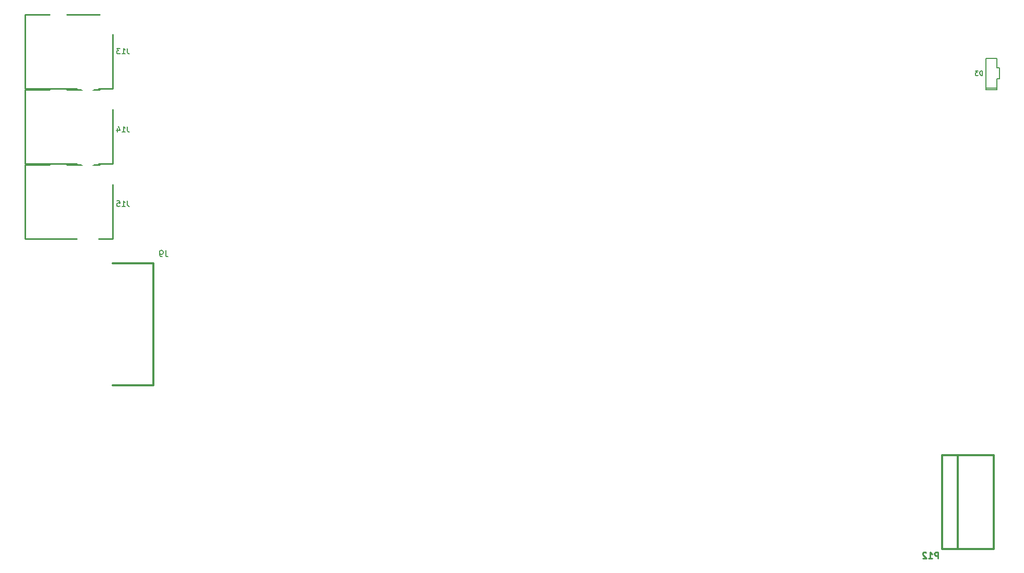
<source format=gbo>
G04 (created by PCBNEW (2013-03-19 BZR 4004)-stable) date 7/29/2015 2:41:24 PM*
%MOIN*%
G04 Gerber Fmt 3.4, Leading zero omitted, Abs format*
%FSLAX34Y34*%
G01*
G70*
G90*
G04 APERTURE LIST*
%ADD10C,0.007*%
%ADD11C,0.01*%
%ADD12C,0.005*%
%ADD13C,0.012*%
%ADD14C,0.008*%
%ADD15R,0.035X0.035*%
%ADD16R,0.08X0.08*%
%ADD17C,0.11*%
%ADD18C,0.16*%
%ADD19R,0.0591X0.0591*%
%ADD20C,0.0591*%
%ADD21R,0.055X0.055*%
%ADD22R,0.04X0.06*%
%ADD23C,0.04*%
%ADD24R,0.04X0.05*%
%ADD25R,0.05X0.04*%
%ADD26R,0.06X0.06*%
%ADD27C,0.06*%
G04 APERTURE END LIST*
G54D10*
G54D11*
X2650Y-2870D02*
X4750Y-2870D01*
X0Y-2870D02*
X0Y-7630D01*
X0Y-7630D02*
X3300Y-7630D01*
X5600Y-7630D02*
X5600Y-4150D01*
X1550Y-2870D02*
X0Y-2870D01*
X4700Y-7630D02*
X5600Y-7630D01*
X2650Y-7670D02*
X4750Y-7670D01*
X0Y-7670D02*
X0Y-12430D01*
X0Y-12430D02*
X3300Y-12430D01*
X5600Y-12430D02*
X5600Y-8950D01*
X1550Y-7670D02*
X0Y-7670D01*
X4700Y-12430D02*
X5600Y-12430D01*
X2650Y-12470D02*
X4750Y-12470D01*
X0Y-12470D02*
X0Y-17230D01*
X0Y-17230D02*
X3300Y-17230D01*
X5600Y-17230D02*
X5600Y-13750D01*
X1550Y-12470D02*
X0Y-12470D01*
X4700Y-17230D02*
X5600Y-17230D01*
G54D12*
X62100Y-7700D02*
X62100Y-7000D01*
X61400Y-5700D02*
X62100Y-5700D01*
X62100Y-5700D02*
X62100Y-6300D01*
X61400Y-7700D02*
X62100Y-7700D01*
X62100Y-6300D02*
X62250Y-6300D01*
X62100Y-7000D02*
X62250Y-7000D01*
X61400Y-7600D02*
X62100Y-7600D01*
X62250Y-7000D02*
X62250Y-6300D01*
X61400Y-7700D02*
X61400Y-5700D01*
G54D13*
X61900Y-37050D02*
X61900Y-31050D01*
X58600Y-37050D02*
X61900Y-37050D01*
X59600Y-37050D02*
X59600Y-31050D01*
X61900Y-31050D02*
X58600Y-31050D01*
X58600Y-31050D02*
X58600Y-37050D01*
X8200Y-18800D02*
X5600Y-18800D01*
X5600Y-26600D02*
X8200Y-26600D01*
X8200Y-26600D02*
X8200Y-18800D01*
G54D10*
X6533Y-5041D02*
X6533Y-5291D01*
X6550Y-5341D01*
X6583Y-5375D01*
X6633Y-5391D01*
X6666Y-5391D01*
X6183Y-5391D02*
X6383Y-5391D01*
X6283Y-5391D02*
X6283Y-5041D01*
X6316Y-5091D01*
X6350Y-5125D01*
X6383Y-5141D01*
X6066Y-5041D02*
X5850Y-5041D01*
X5966Y-5175D01*
X5916Y-5175D01*
X5883Y-5191D01*
X5866Y-5208D01*
X5850Y-5241D01*
X5850Y-5325D01*
X5866Y-5358D01*
X5883Y-5375D01*
X5916Y-5391D01*
X6016Y-5391D01*
X6050Y-5375D01*
X6066Y-5358D01*
X6533Y-10041D02*
X6533Y-10291D01*
X6550Y-10341D01*
X6583Y-10375D01*
X6633Y-10391D01*
X6666Y-10391D01*
X6183Y-10391D02*
X6383Y-10391D01*
X6283Y-10391D02*
X6283Y-10041D01*
X6316Y-10091D01*
X6350Y-10125D01*
X6383Y-10141D01*
X5883Y-10158D02*
X5883Y-10391D01*
X5966Y-10025D02*
X6050Y-10275D01*
X5833Y-10275D01*
X6533Y-14791D02*
X6533Y-15041D01*
X6550Y-15091D01*
X6583Y-15125D01*
X6633Y-15141D01*
X6666Y-15141D01*
X6183Y-15141D02*
X6383Y-15141D01*
X6283Y-15141D02*
X6283Y-14791D01*
X6316Y-14841D01*
X6350Y-14875D01*
X6383Y-14891D01*
X5866Y-14791D02*
X6033Y-14791D01*
X6050Y-14958D01*
X6033Y-14941D01*
X6000Y-14925D01*
X5916Y-14925D01*
X5883Y-14941D01*
X5866Y-14958D01*
X5850Y-14991D01*
X5850Y-15075D01*
X5866Y-15108D01*
X5883Y-15125D01*
X5916Y-15141D01*
X6000Y-15141D01*
X6033Y-15125D01*
X6050Y-15108D01*
G54D12*
X61171Y-6771D02*
X61171Y-6471D01*
X61100Y-6471D01*
X61057Y-6485D01*
X61028Y-6514D01*
X61014Y-6542D01*
X61000Y-6600D01*
X61000Y-6642D01*
X61014Y-6700D01*
X61028Y-6728D01*
X61057Y-6757D01*
X61100Y-6771D01*
X61171Y-6771D01*
X60900Y-6471D02*
X60714Y-6471D01*
X60814Y-6585D01*
X60771Y-6585D01*
X60742Y-6600D01*
X60728Y-6614D01*
X60714Y-6642D01*
X60714Y-6714D01*
X60728Y-6742D01*
X60742Y-6757D01*
X60771Y-6771D01*
X60857Y-6771D01*
X60885Y-6757D01*
X60900Y-6742D01*
G54D11*
X58335Y-37661D02*
X58335Y-37261D01*
X58183Y-37261D01*
X58145Y-37280D01*
X58126Y-37300D01*
X58107Y-37338D01*
X58107Y-37395D01*
X58126Y-37433D01*
X58145Y-37452D01*
X58183Y-37471D01*
X58335Y-37471D01*
X57726Y-37661D02*
X57954Y-37661D01*
X57840Y-37661D02*
X57840Y-37261D01*
X57878Y-37319D01*
X57916Y-37357D01*
X57954Y-37376D01*
X57573Y-37300D02*
X57554Y-37280D01*
X57516Y-37261D01*
X57421Y-37261D01*
X57383Y-37280D01*
X57364Y-37300D01*
X57345Y-37338D01*
X57345Y-37376D01*
X57364Y-37433D01*
X57592Y-37661D01*
X57345Y-37661D01*
G54D14*
X8983Y-17961D02*
X8983Y-18247D01*
X9002Y-18304D01*
X9040Y-18342D01*
X9097Y-18361D01*
X9135Y-18361D01*
X8773Y-18361D02*
X8697Y-18361D01*
X8659Y-18342D01*
X8640Y-18323D01*
X8602Y-18266D01*
X8583Y-18190D01*
X8583Y-18038D01*
X8602Y-18000D01*
X8621Y-17980D01*
X8659Y-17961D01*
X8735Y-17961D01*
X8773Y-17980D01*
X8792Y-18000D01*
X8811Y-18038D01*
X8811Y-18133D01*
X8792Y-18171D01*
X8773Y-18190D01*
X8735Y-18209D01*
X8659Y-18209D01*
X8621Y-18190D01*
X8602Y-18171D01*
X8583Y-18133D01*
%LPC*%
G54D15*
X60670Y-19280D03*
X60670Y-17520D03*
G54D16*
X61850Y-20050D03*
X61850Y-16750D03*
G54D17*
X61660Y-13250D03*
X58400Y-15300D03*
X59100Y-14250D03*
X57260Y-11600D03*
X60310Y-11450D03*
X740Y-5250D03*
X4000Y-7300D03*
X3300Y-6250D03*
X5140Y-3600D03*
X2090Y-3450D03*
X740Y-10050D03*
X4000Y-12100D03*
X3300Y-11050D03*
X5140Y-8400D03*
X2090Y-8250D03*
X740Y-14850D03*
X4000Y-16900D03*
X3300Y-15850D03*
X5140Y-13200D03*
X2090Y-13050D03*
G54D18*
X60430Y-4400D03*
X60430Y-8900D03*
G54D19*
X57930Y-8400D03*
G54D20*
X56930Y-7900D03*
X57930Y-7400D03*
X56930Y-6900D03*
X57930Y-6400D03*
X56930Y-5900D03*
X57930Y-5400D03*
X56930Y-4900D03*
G54D21*
X18400Y-10850D03*
X17700Y-10850D03*
X18400Y-10150D03*
X17700Y-10150D03*
G54D22*
X61750Y-6150D03*
X61750Y-7150D03*
G54D23*
X35250Y-28300D03*
X36250Y-28300D03*
X33250Y-28300D03*
X34250Y-28300D03*
X37250Y-28300D03*
G54D24*
X52050Y-27350D03*
X51550Y-27350D03*
X52550Y-27350D03*
X52050Y-26750D03*
X51550Y-26750D03*
X52550Y-26750D03*
G54D25*
X31450Y-6900D03*
X31450Y-7400D03*
X31450Y-6400D03*
X30850Y-6900D03*
X30850Y-7400D03*
X30850Y-6400D03*
G54D26*
X11400Y-2800D03*
G54D27*
X12400Y-2800D03*
X13400Y-2800D03*
X14400Y-2800D03*
X15400Y-2800D03*
X16400Y-2800D03*
X17400Y-2800D03*
X18400Y-2800D03*
X19400Y-2800D03*
X20400Y-2800D03*
X21400Y-2800D03*
X22400Y-2800D03*
G54D26*
X11400Y-36550D03*
G54D27*
X12400Y-36550D03*
X13400Y-36550D03*
X14400Y-36550D03*
X15400Y-36550D03*
X16400Y-36550D03*
X17400Y-36550D03*
X18400Y-36550D03*
X19400Y-36550D03*
X20400Y-36550D03*
X21400Y-36550D03*
X22400Y-36550D03*
G54D26*
X36400Y-36550D03*
G54D27*
X37400Y-36550D03*
X38400Y-36550D03*
X39400Y-36550D03*
X40400Y-36550D03*
X41400Y-36550D03*
X42400Y-36550D03*
X43400Y-36550D03*
X44400Y-36550D03*
X45400Y-36550D03*
X46400Y-36550D03*
X47400Y-36550D03*
G54D26*
X58050Y-36550D03*
G54D27*
X58050Y-35550D03*
X58050Y-34550D03*
X58050Y-33550D03*
X58050Y-32550D03*
X58050Y-31550D03*
G54D26*
X38400Y-2800D03*
G54D27*
X39400Y-2800D03*
X40400Y-2800D03*
X41400Y-2800D03*
X42400Y-2800D03*
X43400Y-2800D03*
X44400Y-2800D03*
X45400Y-2800D03*
X46400Y-2800D03*
X47400Y-2800D03*
X9850Y-19200D03*
G54D26*
X8850Y-19200D03*
G54D27*
X9850Y-20200D03*
X8850Y-20200D03*
X9850Y-21200D03*
X8850Y-21200D03*
X9850Y-22200D03*
X8850Y-22200D03*
X9850Y-23200D03*
X8850Y-23200D03*
X9850Y-24200D03*
X8850Y-24200D03*
X9850Y-25200D03*
X8850Y-25200D03*
X9850Y-26200D03*
X8850Y-26200D03*
M02*

</source>
